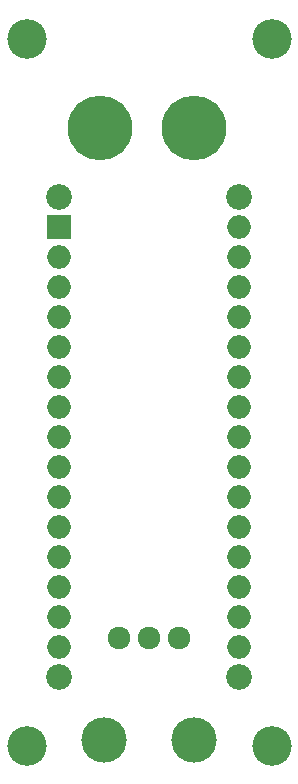
<source format=gbr>
G04 #@! TF.GenerationSoftware,KiCad,Pcbnew,(5.0.0)*
G04 #@! TF.CreationDate,2018-11-03T18:08:05-05:00*
G04 #@! TF.ProjectId,Neopixel_Breakout,4E656F706978656C5F427265616B6F75,rev?*
G04 #@! TF.SameCoordinates,Original*
G04 #@! TF.FileFunction,Soldermask,Top*
G04 #@! TF.FilePolarity,Negative*
%FSLAX46Y46*%
G04 Gerber Fmt 4.6, Leading zero omitted, Abs format (unit mm)*
G04 Created by KiCad (PCBNEW (5.0.0)) date 11/03/18 18:08:05*
%MOMM*%
%LPD*%
G01*
G04 APERTURE LIST*
%ADD10C,3.346400*%
%ADD11R,2.000000X2.000000*%
%ADD12O,2.000000X2.000000*%
%ADD13C,2.180000*%
%ADD14C,5.480000*%
%ADD15C,1.924000*%
%ADD16C,3.850000*%
G04 APERTURE END LIST*
D10*
G04 #@! TO.C,REF\002A\002A*
X144581880Y-73690480D03*
G04 #@! TD*
G04 #@! TO.C,REF\002A\002A*
X165298120Y-73715880D03*
G04 #@! TD*
G04 #@! TO.C,REF\002A\002A*
X144581880Y-133548120D03*
G04 #@! TD*
D11*
G04 #@! TO.C,A1*
X147320000Y-89683001D03*
D12*
X162560000Y-122703001D03*
X147320000Y-92223001D03*
X162560000Y-120163001D03*
X147320000Y-94763001D03*
X162560000Y-117623001D03*
X147320000Y-97303001D03*
X162560000Y-115083001D03*
X147320000Y-99843001D03*
X162560000Y-112543001D03*
X147320000Y-102383001D03*
X162560000Y-110003001D03*
X147320000Y-104923001D03*
X162560000Y-107463001D03*
X147320000Y-107463001D03*
X162560000Y-104923001D03*
X147320000Y-110003001D03*
X162560000Y-102383001D03*
X147320000Y-112543001D03*
X162560000Y-99843001D03*
X147320000Y-115083001D03*
X162560000Y-97303001D03*
X147320000Y-117623001D03*
X162560000Y-94763001D03*
X147320000Y-120163001D03*
X162560000Y-92223001D03*
X147320000Y-122703001D03*
X162560000Y-89683001D03*
X147320000Y-125243001D03*
X162560000Y-125243001D03*
D13*
X147320000Y-87143001D03*
X162560000Y-87143001D03*
X162560000Y-127783001D03*
X147320000Y-127783001D03*
G04 #@! TD*
D14*
G04 #@! TO.C,Conn1*
X158750000Y-81280000D03*
X150749000Y-81280000D03*
G04 #@! TD*
D15*
G04 #@! TO.C,Conn2*
X152400000Y-124460000D03*
X154940000Y-124460000D03*
X157480000Y-124460000D03*
D16*
X151130000Y-133096000D03*
X158750000Y-133096000D03*
G04 #@! TD*
D10*
G04 #@! TO.C,REF\002A\002A*
X165298120Y-133548120D03*
G04 #@! TD*
M02*

</source>
